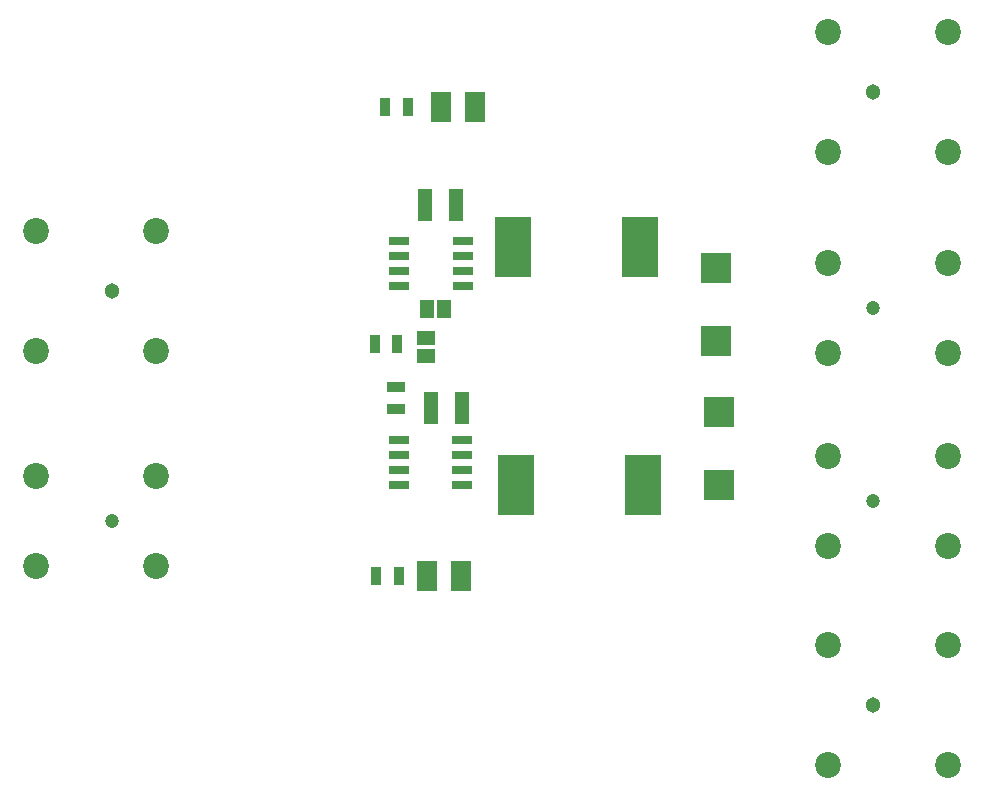
<source format=gts>
G04*
G04 #@! TF.GenerationSoftware,Altium Limited,Altium Designer,19.0.15 (446)*
G04*
G04 Layer_Color=8388736*
%FSLAX25Y25*%
%MOIN*%
G70*
G01*
G75*
%ADD22R,0.06706X0.03162*%
%ADD23R,0.12020X0.20288*%
%ADD24R,0.10446X0.10052*%
%ADD25R,0.03556X0.05918*%
%ADD26R,0.05918X0.03556*%
%ADD27R,0.05131X0.06312*%
%ADD28R,0.07099X0.10249*%
%ADD29R,0.05131X0.11036*%
%ADD30R,0.06312X0.05131*%
%ADD31C,0.05131*%
%ADD32C,0.08654*%
%ADD33C,0.04737*%
D22*
X172500Y138000D02*
D03*
Y133000D02*
D03*
Y128000D02*
D03*
Y123000D02*
D03*
X151240D02*
D03*
Y128000D02*
D03*
Y133000D02*
D03*
Y138000D02*
D03*
X172730Y204100D02*
D03*
Y199100D02*
D03*
Y194100D02*
D03*
Y189100D02*
D03*
X151470D02*
D03*
Y194100D02*
D03*
Y199100D02*
D03*
Y204100D02*
D03*
D23*
X232760Y122795D02*
D03*
X190240D02*
D03*
X189240Y202100D02*
D03*
X231760D02*
D03*
D24*
X258000Y147205D02*
D03*
Y122795D02*
D03*
X257000Y170795D02*
D03*
Y195205D02*
D03*
D25*
X150840Y170000D02*
D03*
X143360D02*
D03*
X151240Y92600D02*
D03*
X143760D02*
D03*
X154240Y248800D02*
D03*
X146760D02*
D03*
D26*
X150400Y148060D02*
D03*
Y155540D02*
D03*
D27*
X166453Y181500D02*
D03*
X160547D02*
D03*
D28*
X172000Y92600D02*
D03*
X160780D02*
D03*
X165390Y248800D02*
D03*
X176610D02*
D03*
D29*
X161870Y148500D02*
D03*
X172500D02*
D03*
X159870Y216100D02*
D03*
X170500D02*
D03*
D30*
X160300Y165795D02*
D03*
Y171700D02*
D03*
D31*
X55539Y187500D02*
D03*
X309461Y254000D02*
D03*
Y49500D02*
D03*
D32*
X30500Y167500D02*
D03*
Y207500D02*
D03*
X70500D02*
D03*
Y167500D02*
D03*
X30500Y96000D02*
D03*
Y126000D02*
D03*
X70500D02*
D03*
Y96000D02*
D03*
X334500Y274000D02*
D03*
Y234000D02*
D03*
X294500D02*
D03*
Y274000D02*
D03*
X334500Y197000D02*
D03*
Y167000D02*
D03*
X294500D02*
D03*
Y197000D02*
D03*
X334500Y132500D02*
D03*
Y102500D02*
D03*
X294500D02*
D03*
Y132500D02*
D03*
X334500Y69500D02*
D03*
Y29500D02*
D03*
X294500D02*
D03*
Y69500D02*
D03*
D33*
X55539Y111000D02*
D03*
X309461Y182000D02*
D03*
Y117500D02*
D03*
M02*

</source>
